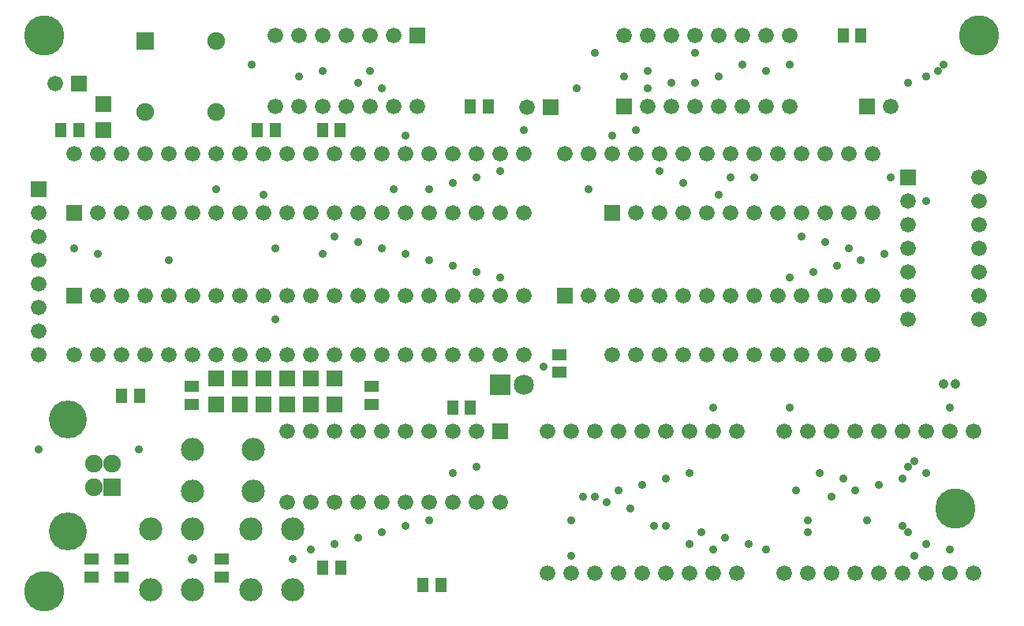
<source format=gts>
G04*
G04 Format:               Gerber RS-274X*
G04 Layer:                TopSolderMask*
G04 This File Name:       Mini (Ver 4l 2024) - Gerber.gts*
G04 Source File Name:     Mini (Ver 4l 2024).pcb*
G04 Unique ID:            5eaf9519-9103-422e-be0f-e1a041fa282d*
G04 Generated Date:       Saturday, 19 October 2024 20:49:58*
G04*
G04 Created Using:        Robot Room Copper Connection v2.7.5443*
G04 Software Contact:     http://www.robotroom.com/CopperConnection/Support.aspx*
G04 License Number:       1685*
G04 Student Edition:      true*
G04*
G04 Zero Suppression:     Leading*
G04 Number Precision:     2.4*
G04*
G04 Polarity:             Negative. Dark is solderable. Clear space is coating.*
G04*
%FSLAX24Y24*%
%MOIN*%
%LNTopSolderMask*%
%ADD10C,.036*%
%ADD11C,.041*%
%ADD12C,.066*%
%ADD13C,.075*%
%ADD14C,.085*%
%ADD15C,.098*%
%ADD16C,.16*%
%ADD17C,.17*%
%ADD18R,.006X.006*%
%ADD19R,.066X.066*%
%ADD20R,.075X.075*%
%ADD21R,.085X.085*%
%ADD22R,.05X.06*%
%ADD23R,.06X.05*%
%ADD24R,.065X.07*%
D10*
G01X10750Y20500D03*
X27000Y18750D03*
X38250Y22750D03*
X34750Y5750D03*
X22070Y10480D03*
X10250Y17750D03*
X29500Y22750D03*
X6250Y15000D03*
X12750Y20500D03*
X16250Y15250D03*
X32500Y8750D03*
X33750Y6000D03*
X7220Y9660D03*
X3250Y15250D03*
X14750Y23000D03*
X12250Y2750D03*
X12750Y23000D03*
X32500Y23250D03*
X32750Y5250D03*
X8500Y2360D03*
X11500D03*
X23250Y2500D03*
X13500Y2000D03*
X31500Y2750D03*
X26000Y20500D03*
X12750Y15250D03*
X21250Y20500D03*
X30000Y18500D03*
X2250Y15500D03*
X10750D03*
X28250Y6000D03*
X39250Y8750D03*
X29250D03*
X27250Y5750D03*
X37250D03*
X26250Y5500D03*
X36250D03*
X25250Y5250D03*
X35250D03*
X24250Y5000D03*
X34250D03*
X23250Y4000D03*
X33250D03*
X27250Y3750D03*
X39250Y2750D03*
X38250Y3000D03*
X37250Y3750D03*
X37750Y2500D03*
X30750Y3000D03*
X13250D03*
X37750Y6500D03*
X29500Y17750D03*
X14250Y3250D03*
X22740Y10250D03*
X35750Y4000D03*
X8250Y18000D03*
X17250Y4000D03*
X29750Y3250D03*
X15250Y3500D03*
X28250Y3000D03*
X29250Y2750D03*
X39000Y23250D03*
X38250Y17500D03*
Y6000D03*
X28500Y22500D03*
X31500Y23000D03*
X37500Y6250D03*
Y22500D03*
Y3500D03*
X27500Y22500D03*
X28750Y3500D03*
X14250Y22500D03*
X26500Y22250D03*
X15250D03*
X4250Y2360D03*
X16250Y3750D03*
X23500Y22250D03*
X26750Y3750D03*
X33250Y3500D03*
X34740Y24500D03*
X18250Y6000D03*
X25750Y4500D03*
X19250Y6250D03*
X25500Y22750D03*
X24750Y4750D03*
X23750Y5000D03*
X750Y7000D03*
X5000D03*
X31000Y18500D03*
X26500Y23000D03*
X36750Y18500D03*
X15250Y15500D03*
X35000D03*
X11750Y22750D03*
X10750Y12500D03*
X14250Y15750D03*
X16250Y20250D03*
X17250Y18000D03*
X25000Y20250D03*
X24000Y18000D03*
X18250Y18250D03*
X34000Y15750D03*
X28000Y18250D03*
X19250Y18500D03*
X20250Y18750D03*
X15750Y18000D03*
X13250Y16000D03*
X33000D03*
X38750Y23000D03*
X9750Y23250D03*
X30500D03*
X14810Y9660D03*
X3000Y1620D03*
X18990Y21500D03*
X36500Y15250D03*
X17250Y15000D03*
X35500D03*
X18250Y14750D03*
X34500D03*
X19250Y14500D03*
X33500D03*
X20250Y14250D03*
X28500Y23750D03*
X24250D03*
X4250Y9250D03*
X17000Y1250D03*
X32500Y14250D03*
D11*
X3500Y20500D03*
X39500Y9750D03*
X7250Y2360D03*
X39000Y9750D03*
D12*
X24000Y13500D03*
X25000D03*
X26000D03*
X27000D03*
X28000D03*
X29000D03*
X30000D03*
X31000D03*
X32000D03*
X33000D03*
X34000D03*
X35000D03*
X36000D03*
Y19500D03*
X35000D03*
X34000D03*
X33000D03*
X32000D03*
X31000D03*
X30000D03*
X29000D03*
X28000D03*
X27000D03*
X26000D03*
X25000D03*
X24000D03*
X23000D03*
X26000Y17000D03*
X27000D03*
X28000D03*
X29000D03*
X30000D03*
X31000D03*
X32000D03*
X33000D03*
X34000D03*
X35000D03*
X36000D03*
Y11000D03*
X35000D03*
X34000D03*
X33000D03*
X32000D03*
X31000D03*
X30000D03*
X29000D03*
X28000D03*
X27000D03*
X26000D03*
X25000D03*
X3250Y13500D03*
X4250D03*
X5250D03*
X6250D03*
X7250D03*
X8250D03*
X9250D03*
X10250D03*
X11250D03*
X12250D03*
X13250D03*
X14250D03*
X15250D03*
X16250D03*
X17250D03*
X18250D03*
X19250D03*
X20250D03*
X21250D03*
Y19500D03*
X20250D03*
X19250D03*
X18250D03*
X17250D03*
X16250D03*
X15250D03*
X14250D03*
X13250D03*
X12250D03*
X11250D03*
X10250D03*
X9250D03*
X8250D03*
X7250D03*
X6250D03*
X5250D03*
X4250D03*
X3250D03*
X2250D03*
X3250Y17000D03*
X4250D03*
X5250D03*
X6250D03*
X7250D03*
X8250D03*
X9250D03*
X10250D03*
X11250D03*
X12250D03*
X13250D03*
X14250D03*
X15250D03*
X16250D03*
X17250D03*
X18250D03*
X19250D03*
X20250D03*
X21250D03*
Y11000D03*
X20250D03*
X19250D03*
X18250D03*
X17250D03*
X16250D03*
X15250D03*
X14250D03*
X13250D03*
X12250D03*
X11250D03*
X10250D03*
X9250D03*
X8250D03*
X7250D03*
X6250D03*
X5250D03*
X4250D03*
X3250D03*
X2250D03*
X15750Y24500D03*
X14750D03*
X13750D03*
X12750D03*
X11750D03*
X10750D03*
Y21500D03*
X11750D03*
X12750D03*
X13750D03*
X14750D03*
X15750D03*
X16750D03*
X24250Y1750D03*
X22250D03*
X23250D03*
X25250D03*
X26250D03*
X27250D03*
X28250D03*
X29250D03*
X30250D03*
Y7750D03*
X29250D03*
X28250D03*
X27250D03*
X26250D03*
X25250D03*
X24250D03*
X23250D03*
X22250D03*
X1460Y22460D03*
X750Y17000D03*
Y16000D03*
Y15000D03*
Y14000D03*
Y13000D03*
Y12000D03*
Y11000D03*
X34250Y1750D03*
X32250D03*
X33250D03*
X35250D03*
X36250D03*
X37250D03*
X38250D03*
X39250D03*
X40250D03*
Y7750D03*
X39250D03*
X38250D03*
X37250D03*
X36250D03*
X35250D03*
X34250D03*
X33250D03*
X32250D03*
X19250D03*
X18250D03*
X17250D03*
X16250D03*
X15250D03*
X14250D03*
X13250D03*
X12250D03*
X11250D03*
Y4750D03*
X12250D03*
X13250D03*
X14250D03*
X15250D03*
X16250D03*
X17250D03*
X18250D03*
X19250D03*
X20250D03*
X37500Y17500D03*
Y16500D03*
Y15500D03*
Y14500D03*
Y13500D03*
Y12500D03*
X40500D03*
Y13500D03*
Y14500D03*
Y15500D03*
Y16500D03*
Y17500D03*
Y18500D03*
X26500Y21500D03*
X27500D03*
X28500D03*
X29500D03*
X30500D03*
X31500D03*
X32500D03*
Y24500D03*
X31500D03*
X30500D03*
X29500D03*
X28500D03*
X27500D03*
X26500D03*
X25500D03*
X36750Y21500D03*
X21390Y21450D03*
D13*
X5250Y21250D03*
X8250D03*
Y24250D03*
X3070Y6370D03*
Y5390D03*
X3850Y6370D03*
D14*
X21250Y9720D03*
D15*
X7250Y3610D03*
Y1050D03*
X5480Y3610D03*
Y1050D03*
X11500Y3610D03*
Y1050D03*
X9730Y3610D03*
Y1050D03*
X7250Y7000D03*
X9810D03*
X7250Y5230D03*
X9810D03*
D16*
X2000Y8250D03*
Y3510D03*
D17*
X1000Y24500D03*
Y1000D03*
X39500Y4500D03*
X40500Y24500D03*
D19*
X23000Y13500D03*
X25000Y17000D03*
X2250Y13500D03*
Y17000D03*
X16750Y24500D03*
X2460Y22460D03*
X750Y18000D03*
X20250Y7750D03*
X37500Y18500D03*
X25500Y21500D03*
X35750D03*
X22390Y21450D03*
D20*
X5250Y24250D03*
X3850Y5390D03*
D21*
X20250Y9720D03*
D22*
X19000Y8750D03*
X18240D03*
X12750Y2000D03*
X13510D03*
X1700Y20500D03*
X2460D03*
X35500Y24500D03*
X34740D03*
X10000Y20500D03*
X10760D03*
X13500D03*
X12740D03*
X19750Y21500D03*
X18990D03*
X5010Y9250D03*
X4250D03*
X17750Y1250D03*
X16990D03*
D23*
X7230Y8900D03*
X4250Y1600D03*
Y2360D03*
X8500Y1600D03*
Y2360D03*
X22740Y10240D03*
Y11000D03*
X7230Y9660D03*
X14810Y8900D03*
Y9660D03*
X3000Y2360D03*
Y1600D03*
D24*
X3500Y20500D03*
Y21600D03*
X8250Y10000D03*
Y8900D03*
X9250Y10000D03*
Y8900D03*
X13250Y10000D03*
Y8900D03*
X12250Y10000D03*
Y8900D03*
X11250Y10000D03*
Y8900D03*
X10250Y10000D03*
Y8900D03*
M02*

</source>
